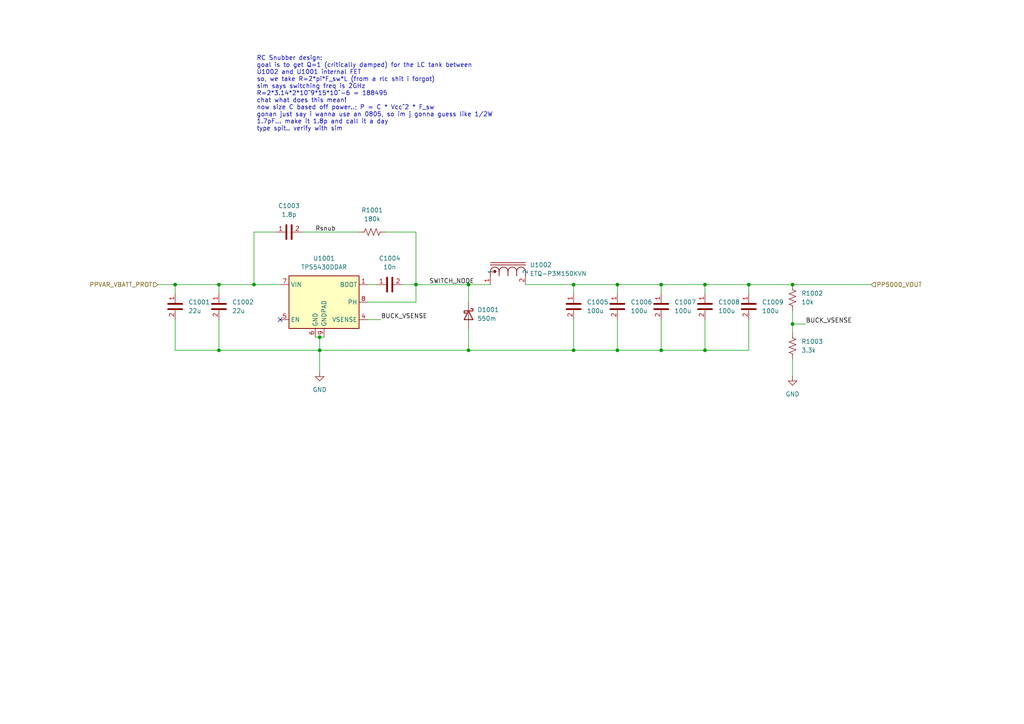
<source format=kicad_sch>
(kicad_sch (version 20250114) (generator "eeschema") (generator_version "9.0")
  (paper "A4")
  (lib_symbols
    (symbol "bfr_capacitors:600F1R8BT250XT"
      (property "Reference" "C" (at 0 2.54 0))
      (property "Value" "1.8p" (at 1.27 2.54 0))
      (symbol "600F1R8BT250XT_0_1"
        (polyline (pts (xy -2.032 0.762) (xy 2.032 0.762)) (stroke (width 0.508)))
        (polyline (pts (xy -2.032 -0.762) (xy 2.032 -0.762)) (stroke (width 0.508)))
      )
      (symbol "600F1R8BT250XT_1_1"
        (pin passive line (at 0 3.81 270) (length 2.794) (name "~") (number "1"))
        (pin passive line (at 0 -3.81 90) (length 2.794) (name "~") (number "2"))
      )
    )
    (symbol "bfr_capacitors:CL10A226MQ8NRNC"
      (property "Reference" "C" (at 0 2.54 0))
      (property "Value" "22u" (at 1.27 2.54 0))
      (symbol "CL10A226MQ8NRNC_0_1"
        (polyline (pts (xy -2.032 0.762) (xy 2.032 0.762)) (stroke (width 0.508)))
        (polyline (pts (xy -2.032 -0.762) (xy 2.032 -0.762)) (stroke (width 0.508)))
      )
      (symbol "CL10A226MQ8NRNC_1_1"
        (pin passive line (at 0 3.81 270) (length 2.794) (name "~") (number "1"))
        (pin passive line (at 0 -3.81 90) (length 2.794) (name "~") (number "2"))
      )
    )
    (symbol "bfr_capacitors:CL31A107MQHNNNE"
      (property "Reference" "C" (at 0 2.54 0))
      (property "Value" "100u" (at 1.27 2.54 0))
      (symbol "CL31A107MQHNNNE_0_1"
        (polyline (pts (xy -2.032 0.762) (xy 2.032 0.762)) (stroke (width 0.508)))
        (polyline (pts (xy -2.032 -0.762) (xy 2.032 -0.762)) (stroke (width 0.508)))
      )
      (symbol "CL31A107MQHNNNE_1_1"
        (pin passive line (at 0 3.81 270) (length 2.794) (name "~") (number "1"))
        (pin passive line (at 0 -3.81 90) (length 2.794) (name "~") (number "2"))
      )
    )
    (symbol "bfr_capacitors:VJ0603Y103KXAAC"
      (property "Reference" "C" (at 0 2.54 0))
      (property "Value" "10n" (at 1.27 2.54 0))
      (symbol "VJ0603Y103KXAAC_0_1"
        (polyline (pts (xy -2.032 0.762) (xy 2.032 0.762)) (stroke (width 0.508)))
        (polyline (pts (xy -2.032 -0.762) (xy 2.032 -0.762)) (stroke (width 0.508)))
      )
      (symbol "VJ0603Y103KXAAC_1_1"
        (pin passive line (at 0 3.81 270) (length 2.794) (name "~") (number "1"))
        (pin passive line (at 0 -3.81 90) (length 2.794) (name "~") (number "2"))
      )
    )
    (symbol "bfr_diodes:SS54" (pin_numbers (hide yes)) (pin_names (offset 1.016) (hide yes))
      (property "Reference" "D" (at 0 2.54 0))
      (property "Value" "550m" (at 0 -2.54 0))
      (symbol "SS54_0_1"
        (polyline (pts (xy -1.905 0.635) (xy -1.905 1.27) (xy -1.27 1.27) (xy -1.27 -1.27) (xy -0.635 -1.27) (xy -0.635 -0.635)) (stroke (width 0.254)))
        (polyline (pts (xy 1.27 1.27) (xy 1.27 -1.27) (xy -1.27 0) (xy 1.27 1.27)) (stroke (width 0.254)))
        (polyline (pts (xy 1.27 0) (xy -1.27 0)))
      )
      (symbol "SS54_1_1"
        (pin passive line (at -3.81 0 0) (length 2.54) (name "K") (number "1"))
        (pin passive line (at 3.81 0 180) (length 2.54) (name "A") (number "2"))
      )
    )
    (symbol "bfr_inductors:HC2LP-6R0_1"
      (property "Reference" "U" (at 0 0 0))
      (property "Value" "ETQ-P3M150KVN" (at 0 0 0))
      (symbol "HC2LP-6R0_1_1_1"
        (polyline (pts (xy 2.54 11.43) (xy 3.81 11.43)) (stroke (width 0.2032)))
        (polyline (pts (xy 2.54 8.89) (xy 3.81 8.89)) (stroke (width 0.2032)))
        (polyline (pts (xy 2.54 6.35) (xy 3.81 6.35)) (stroke (width 0.2032)))
        (polyline (pts (xy 2.54 3.81) (xy 3.81 3.81)) (stroke (width 0.2032)))
        (polyline (pts (xy 2.54 1.27) (xy 3.81 1.27)) (stroke (width 0.2032)))
        (polyline (pts (xy 3.683 10.16) (xy 3.81 10.16)) (stroke (width 0.508)))
        (arc (start 3.81 11.43) (mid 5.0744 10.16) (end 3.81 8.89) (stroke (width 0.2032)))
        (arc (start 3.81 8.89) (mid 5.0744 7.62) (end 3.81 6.35) (stroke (width 0.2032)))
        (arc (start 3.81 6.35) (mid 5.0744 5.08) (end 3.81 3.81) (stroke (width 0.2032)))
        (arc (start 3.81 3.81) (mid 5.0744 2.54) (end 3.81 1.27) (stroke (width 0.2032)))
        (arc (start 3.81 10.414) (mid 4.064 10.16) (end 3.81 9.906) (stroke (width 0.254)))
        (arc (start 3.81 10.414) (mid 4.064 10.16) (end 3.81 9.906) (stroke (width 0.254)))
        (arc (start 3.81 10.414) (mid 4.064 10.16) (end 3.81 9.906) (stroke (width 0.254)))
        (arc (start 3.81 10.414) (mid 4.064 10.16) (end 3.81 9.906) (stroke (width 0.254)))
        (arc (start 3.81 10.414) (mid 4.064 10.16) (end 3.81 9.906) (stroke (width 0.254)))
        (arc (start 3.81 10.414) (mid 4.064 10.16) (end 3.81 9.906) (stroke (width 0.254)))
        (arc (start 3.81 10.414) (mid 4.064 10.16) (end 3.81 9.906) (stroke (width 0.254)))
        (arc (start 3.81 9.906) (mid 3.556 10.16) (end 3.81 10.414) (stroke (width 0.254)))
        (arc (start 3.81 9.906) (mid 3.556 10.16) (end 3.81 10.414) (stroke (width 0.254)))
        (arc (start 3.81 9.906) (mid 3.556 10.16) (end 3.81 10.414) (stroke (width 0.254)))
        (arc (start 3.81 9.906) (mid 3.556 10.16) (end 3.81 10.414) (stroke (width 0.254)))
        (arc (start 3.81 9.906) (mid 3.556 10.16) (end 3.81 10.414) (stroke (width 0.254)))
        (arc (start 3.81 9.906) (mid 3.556 10.16) (end 3.81 10.414) (stroke (width 0.254)))
        (arc (start 3.81 9.906) (mid 3.556 10.16) (end 3.81 10.414) (stroke (width 0.254)))
        (polyline (pts (xy 5.715 11.43) (xy 5.715 1.27)) (stroke (width 0.2032)))
        (polyline (pts (xy 6.35 11.43) (xy 6.35 1.27)) (stroke (width 0.2032)))
        (pin unspecified line (at 0 11.43 0) (length 2.54) (name "1") (number "1"))
        (pin unspecified line (at 0 1.27 0) (length 2.54) (name "2") (number "2"))
      )
    )
    (symbol "bfr_power_ics:TPS5430DDAR"
      (property "Reference" "U" (at -10.16 8.89 0))
      (property "Value" "TPS5430DDAR" (at -3.048 8.89 0))
      (symbol "TPS5430DDAR_0_1"
        (rectangle (start -10.16 7.62) (end 10.16 -7.62) (stroke (width 0.254)) (fill (type background)))
      )
      (symbol "TPS5430DDAR_1_1"
        (pin power_in line (at -12.7 5.08 0) (length 2.54) (name "VIN") (number "7"))
        (pin input line (at -12.7 -5.08 0) (length 2.54) (name "EN") (number "5"))
        (pin no_connect line (at -10.16 2.54 0) (length 2.54) (hide yes) (name "NC") (number "2"))
        (pin no_connect line (at -10.16 -2.54 0) (length 2.54) (hide yes) (name "NC") (number "3"))
        (pin power_in line (at -2.54 -10.16 90) (length 2.54) (name "GND") (number "6"))
        (pin power_in line (at 0 -10.16 90) (length 2.54) (name "GNDPAD") (number "9"))
        (pin input line (at 12.7 5.08 180) (length 2.54) (name "BOOT") (number "1"))
        (pin output line (at 12.7 0 180) (length 2.54) (name "PH") (number "8"))
        (pin input line (at 12.7 -5.08 180) (length 2.54) (name "VSENSE") (number "4"))
      )
    )
    (symbol "bfr_resistors:RMCF0402FT10K0" (pin_numbers (hide yes))
      (property "Reference" "R" (at 0 2.54 0))
      (property "Value" "10k" (at 1.27 2.54 0))
      (symbol "RMCF0402FT10K0_0_1"
        (polyline (pts (xy -2.286 0) (xy -2.54 0)))
        (polyline (pts (xy -2.286 0) (xy -1.905 1.016) (xy -1.524 0) (xy -1.143 -1.016) (xy -0.762 0)))
        (polyline (pts (xy -0.762 0) (xy -0.381 1.016) (xy 0 0) (xy 0.381 -1.016) (xy 0.762 0)))
        (polyline (pts (xy 0.762 0) (xy 1.143 1.016) (xy 1.524 0) (xy 1.905 -1.016) (xy 2.286 0)))
        (polyline (pts (xy 2.286 0) (xy 2.54 0)))
      )
      (symbol "RMCF0402FT10K0_1_1"
        (pin passive line (at -3.81 0 0) (length 1.27) (name "~") (number "1"))
        (pin passive line (at 3.81 0 180) (length 1.27) (name "~") (number "2"))
      )
    )
    (symbol "bfr_resistors:RMCF0402FT3K30" (pin_numbers (hide yes))
      (property "Reference" "R" (at 0 2.54 0))
      (property "Value" "3.3k" (at 1.27 2.54 0))
      (symbol "RMCF0402FT3K30_0_1"
        (polyline (pts (xy -2.286 0) (xy -2.54 0)))
        (polyline (pts (xy -2.286 0) (xy -1.905 1.016) (xy -1.524 0) (xy -1.143 -1.016) (xy -0.762 0)))
        (polyline (pts (xy -0.762 0) (xy -0.381 1.016) (xy 0 0) (xy 0.381 -1.016) (xy 0.762 0)))
        (polyline (pts (xy 0.762 0) (xy 1.143 1.016) (xy 1.524 0) (xy 1.905 -1.016) (xy 2.286 0)))
        (polyline (pts (xy 2.286 0) (xy 2.54 0)))
      )
      (symbol "RMCF0402FT3K30_1_1"
        (pin passive line (at -3.81 0 0) (length 1.27) (name "~") (number "1"))
        (pin passive line (at 3.81 0 180) (length 1.27) (name "~") (number "2"))
      )
    )
    (symbol "bfr_resistors:RMCF0805FT180K" (pin_numbers (hide yes))
      (property "Reference" "R" (at 0 2.54 0))
      (property "Value" "180k" (at 1.27 2.54 0))
      (symbol "RMCF0805FT180K_0_1"
        (polyline (pts (xy -2.286 0) (xy -2.54 0)))
        (polyline (pts (xy -2.286 0) (xy -1.905 1.016) (xy -1.524 0) (xy -1.143 -1.016) (xy -0.762 0)))
        (polyline (pts (xy -0.762 0) (xy -0.381 1.016) (xy 0 0) (xy 0.381 -1.016) (xy 0.762 0)))
        (polyline (pts (xy 0.762 0) (xy 1.143 1.016) (xy 1.524 0) (xy 1.905 -1.016) (xy 2.286 0)))
        (polyline (pts (xy 2.286 0) (xy 2.54 0)))
      )
      (symbol "RMCF0805FT180K_1_1"
        (pin passive line (at -3.81 0 0) (length 1.27) (name "~") (number "1"))
        (pin passive line (at 3.81 0 180) (length 1.27) (name "~") (number "2"))
      )
    )
    (symbol "power:GND" (power) (pin_numbers (hide yes)) (pin_names (offset 0) (hide yes))
      (property "Value" "GND" (at 0 -3.81 0))
      (symbol "GND_0_1"
        (polyline (pts (xy 0 0) (xy 0 -1.27) (xy 1.27 -1.27) (xy 0 -2.54) (xy -1.27 -1.27) (xy 0 -1.27)))
      )
      (symbol "GND_1_1"
        (pin power_in line (at 0 0 270) (length 0) (name "~") (number "1"))
      )
    )
  )
  (text "RC Snubber design:\ngoal is to get Q=1 (critically damped) for the LC tank between \nU1002 and U1001 internal FET\nso, we take R=2*pi*F_sw*L (from a rlc shit i forgot)\nsim says switching freq is 2GHz\nR=2*3.14*2*10^9*15*10^-6 = 188495\nchat what does this mean!\nnow size C based off power..; P = C * Vcc^2 * F_sw\ngonan just say i wanna use an 0805, so im j gonna guess like 1/2W\n1.7pF... make it 1.8p and call it a day\ntype spit.. verify with sim" (at 74.422 27.178 0) (effects (font (size 1.27 1.27)) (justify left)))
  (junction (at 191.77 101.6))
  (junction (at 229.87 93.98))
  (junction (at 120.65 82.55))
  (junction (at 229.87 82.55))
  (junction (at 63.5 82.55))
  (junction (at 217.17 82.55))
  (junction (at 92.71 101.6))
  (junction (at 92.71 97.79))
  (junction (at 179.07 82.55))
  (junction (at 191.77 82.55))
  (junction (at 63.5 101.6))
  (junction (at 50.8 82.55))
  (junction (at 135.89 101.6))
  (junction (at 204.47 82.55))
  (junction (at 204.47 101.6))
  (junction (at 135.89 82.55))
  (junction (at 166.37 101.6))
  (junction (at 179.07 101.6))
  (junction (at 73.66 82.55))
  (junction (at 166.37 82.55))
  (no_connect (at 81.28 92.71))
  (wire (pts (xy 63.5 92.71) (xy 63.5 101.6)))
  (wire (pts (xy 50.8 101.6) (xy 63.5 101.6)))
  (wire (pts (xy 166.37 85.09) (xy 166.37 82.55)))
  (wire (pts (xy 106.68 87.63) (xy 120.65 87.63)))
  (wire (pts (xy 80.01 67.31) (xy 73.66 67.31)))
  (wire (pts (xy 229.87 82.55) (xy 252.73 82.55)))
  (wire (pts (xy 73.66 82.55) (xy 81.28 82.55)))
  (wire (pts (xy 204.47 92.71) (xy 204.47 101.6)))
  (wire (pts (xy 217.17 92.71) (xy 217.17 101.6)))
  (wire (pts (xy 120.65 82.55) (xy 135.89 82.55)))
  (wire (pts (xy 229.87 90.17) (xy 229.87 93.98)))
  (wire (pts (xy 204.47 82.55) (xy 204.47 85.09)))
  (wire (pts (xy 111.76 67.31) (xy 120.65 67.31)))
  (wire (pts (xy 229.87 93.98) (xy 229.87 96.52)))
  (wire (pts (xy 179.07 82.55) (xy 191.77 82.55)))
  (wire (pts (xy 135.89 82.55) (xy 142.24 82.55)))
  (wire (pts (xy 92.71 101.6) (xy 92.71 107.95)))
  (wire (pts (xy 166.37 82.55) (xy 152.4 82.55)))
  (wire (pts (xy 50.8 92.71) (xy 50.8 101.6)))
  (wire (pts (xy 229.87 104.14) (xy 229.87 109.22)))
  (wire (pts (xy 166.37 92.71) (xy 166.37 101.6)))
  (wire (pts (xy 135.89 101.6) (xy 166.37 101.6)))
  (wire (pts (xy 63.5 82.55) (xy 73.66 82.55)))
  (wire (pts (xy 92.71 101.6) (xy 135.89 101.6)))
  (wire (pts (xy 191.77 82.55) (xy 204.47 82.55)))
  (wire (pts (xy 106.68 92.71) (xy 110.49 92.71)))
  (wire (pts (xy 217.17 82.55) (xy 217.17 85.09)))
  (wire (pts (xy 191.77 101.6) (xy 204.47 101.6)))
  (wire (pts (xy 229.87 93.98) (xy 233.68 93.98)))
  (wire (pts (xy 191.77 82.55) (xy 191.77 85.09)))
  (wire (pts (xy 91.44 97.79) (xy 92.71 97.79)))
  (wire (pts (xy 87.63 67.31) (xy 104.14 67.31)))
  (wire (pts (xy 73.66 67.31) (xy 73.66 82.55)))
  (wire (pts (xy 217.17 82.55) (xy 229.87 82.55)))
  (wire (pts (xy 45.72 82.55) (xy 50.8 82.55)))
  (wire (pts (xy 63.5 85.09) (xy 63.5 82.55)))
  (wire (pts (xy 166.37 101.6) (xy 179.07 101.6)))
  (wire (pts (xy 63.5 101.6) (xy 92.71 101.6)))
  (wire (pts (xy 120.65 87.63) (xy 120.65 82.55)))
  (wire (pts (xy 179.07 82.55) (xy 179.07 85.09)))
  (wire (pts (xy 179.07 101.6) (xy 191.77 101.6)))
  (wire (pts (xy 135.89 87.63) (xy 135.89 82.55)))
  (wire (pts (xy 191.77 92.71) (xy 191.77 101.6)))
  (wire (pts (xy 135.89 95.25) (xy 135.89 101.6)))
  (wire (pts (xy 50.8 82.55) (xy 63.5 82.55)))
  (wire (pts (xy 92.71 97.79) (xy 93.98 97.79)))
  (wire (pts (xy 204.47 101.6) (xy 217.17 101.6)))
  (wire (pts (xy 179.07 92.71) (xy 179.07 101.6)))
  (wire (pts (xy 116.84 82.55) (xy 120.65 82.55)))
  (wire (pts (xy 92.71 97.79) (xy 92.71 101.6)))
  (wire (pts (xy 106.68 82.55) (xy 109.22 82.55)))
  (wire (pts (xy 204.47 82.55) (xy 217.17 82.55)))
  (wire (pts (xy 166.37 82.55) (xy 179.07 82.55)))
  (wire (pts (xy 120.65 67.31) (xy 120.65 82.55)))
  (wire (pts (xy 50.8 82.55) (xy 50.8 85.09)))
  (label "BUCK_VSENSE" (at 110.49 92.71 0))
  (label "SWITCH_NODE" (at 124.46 82.55 0))
  (label "Rsnub" (at 91.44 67.31 0))
  (label "BUCK_VSENSE" (at 233.68 93.98 0))
  (hierarchical_label "PPVAR_VBATT_PROT" (shape input) (at 45.72 82.55 180))
  (hierarchical_label "PP5000_VOUT" (shape input) (at 252.73 82.55 0))
  (symbol (lib_id "bfr_inductors:HC2LP-6R0_1") (at 153.67 82.55 90) (unit 1)
    (property "Reference" "U1002" (at 153.67 76.8349 90) (effects (justify right)))
    (property "Value" "ETQ-P3M150KVN" (at 153.67 79.3749 90) (effects (justify right)))
    (property "Datasheet" "https://industrial.panasonic.com/cdbs/www-data/pdf/AGL0000/AGL0000C63.pdf" (effects (hide yes)))
    (property "Description" "15uH, 3A, 5.1A Isat, SMD, 6.4x6.0mm shielded wirewound inductor" (effects (hide yes)))
    (property "Manufacturer P/N" "ETQ-P3M150KVN" (effects (hide yes)))
    (property "Manufacturer" "Panasonic Electronic Components" (effects (hide yes)))
    (property "Digikey P/N" "P19763CT-ND" (effects (hide yes)))
    (property "Mouser P/N" "667-ETQ-P3M150KVN " (effects (hide yes)))
    (property "LCSC P/N" "C3223274" (effects (hide yes)))
    (property "JLC Basic Part" "No" (effects (hide yes)))
    (property "Order From" "Digikey" (effects (hide yes)))
    (property "Created By" "Tony" (effects (hide yes)))
  )
  (symbol (lib_id "bfr_capacitors:VJ0603Y103KXAAC") (at 113.03 82.55 90) (unit 1)
    (property "Reference" "C1004" (at 113.03 74.93 90))
    (property "Value" "10n" (at 113.03 77.47 90))
    (property "Footprint" "Capacitor_SMD:C_0603_1608Metric_Pad1.08x0.95mm_HandSolder" (effects (hide yes)))
    (property "Description" "10nF±10% X7R 25V JLCPCB Basic 0603 Capacitor" (effects (hide yes)))
    (property "Sim.Device" "SUBCKT" (effects (hide yes)))
    (property "Sim.Pins" "1=P1 2=P2" (effects (hide yes)))
    (property "Sim.Library" "${BFRUH_DIR}/Electronics/spice_models/bfr_capacitors/VJ0603Y103KXAAC.lib" (effects (hide yes)))
    (property "Sim.Name" "VJ0603Y103KXAAC" (effects (hide yes)))
    (property "Pretty Name" "10nF 25V 0603 Capacitor" (effects (hide yes)))
    (property "Order From" "LCSC" (effects (hide yes)))
    (property "Digikey P/N" "720-1376-1-ND" (effects (hide yes)))
    (property "Mouser P/N" "77-VJ0603Y103KXAAC" (effects (hide yes)))
    (property "LCSC P/N" "C57112" (effects (hide yes)))
    (property "JLCPCB Basic Part" "Yes" (effects (hide yes)))
    (property "Created by" "capacitor_generator.py script using capacitor_bible_spec.txt" (effects (hide yes)))
  )
  (symbol (lib_id "power:GND") (at 229.87 109.22 0) (unit 1)
    (property "Reference" "#PWR01002" (effects (hide yes)))
    (property "Value" "GND" (at 229.87 114.3 0))
    (property "Description" "Power symbol creates a global label with name \"GND\" , ground" (effects (hide yes)))
  )
  (symbol (lib_id "bfr_capacitors:600F1R8BT250XT") (at 83.82 67.31 90) (unit 1)
    (property "Reference" "C1003" (at 83.82 59.69 90))
    (property "Value" "1.8p" (at 83.82 62.23 90))
    (property "Footprint" "Capacitor_SMD:C_0805_2012Metric_Pad1.18x1.45mm_HandSolder" (effects (hide yes)))
    (property "Description" "1.8pF±0.25pF C0G 50V 0805 Capacitor" (effects (hide yes)))
    (property "Sim.Device" "SUBCKT" (effects (hide yes)))
    (property "Sim.Pins" "1=P1 2=P2" (effects (hide yes)))
    (property "Sim.Library" "${BFRUH_DIR}/Electronics/spice_models/bfr_capacitors/600F1R8BT250XT.lib" (effects (hide yes)))
    (property "Sim.Name" "600F1R8BT250XT" (effects (hide yes)))
    (property "Pretty Name" "1.8pF 50V 0805 Capacitor" (effects (hide yes)))
    (property "Order From" "Mouser" (effects (hide yes)))
    (property "Digikey P/N" "1284-1034-1-ND" (effects (hide yes)))
    (property "Mouser P/N" "581-600F1R8BT" (effects (hide yes)))
    (property "LCSC P/N" "C376870" (effects (hide yes)))
    (property "JLCPCB Basic Part" "No" (effects (hide yes)))
    (property "Created by" "capacitor_generator.py script using capacitor_bible_spec.txt" (effects (hide yes)))
  )
  (symbol (lib_id "bfr_capacitors:CL31A107MQHNNNE") (at 217.17 88.9 0) (unit 1)
    (property "Reference" "C1009" (at 220.98 87.6299 0) (effects (justify left)))
    (property "Value" "100u" (at 220.98 90.1699 0) (effects (justify left)))
    (property "Footprint" "Capacitor_SMD:C_1206_3216Metric_Pad1.33x1.80mm_HandSolder" (effects (hide yes)))
    (property "Description" "100uF±20% X5R 6.3V JLCPCB Basic 1206 Capacitor" (effects (hide yes)))
    (property "Sim.Device" "SUBCKT" (effects (hide yes)))
    (property "Sim.Pins" "1=P1 2=P2" (effects (hide yes)))
    (property "Sim.Library" "${BFRUH_DIR}/Electronics/spice_models/bfr_capacitors/CL31A107MQHNNNE.lib" (effects (hide yes)))
    (property "Sim.Name" "CL31A107MQHNNNE" (effects (hide yes)))
    (property "Pretty Name" "100uF X5R 6.3V 1206 Capacitor" (effects (hide yes)))
    (property "Order From" "LCSC" (effects (hide yes)))
    (property "LCSC P/N" "C15008" (effects (hide yes)))
    (property "JLCPCB Basic Part" "Yes" (effects (hide yes)))
    (property "Created by" "capacitor_generator.py script using jlcbasic_additional_capacitor_spec.txt" (effects (hide yes)))
  )
  (symbol (lib_id "bfr_diodes:SS54") (at 135.89 91.44 270) (unit 1)
    (property "Reference" "D1001" (at 138.43 89.8524 90) (effects (justify left)))
    (property "Value" "550m" (at 138.43 92.3924 90) (effects (justify left)))
    (property "Footprint" "Diode_SMD:D_SMA_Handsoldering" (effects (hide yes)))
    (property "Datasheet" "https://www.lcsc.com/datasheet/lcsc_datasheet_2407101107_MDD-Microdiode-Semiconductor-SS54_C22452.pdf" (effects (hide yes)))
    (property "Description" "5A 550mV DO-214AC Schottky Diode" (effects (hide yes)))
    (property "LCSC P/N" "C22452" (effects (hide yes)))
    (property "Digikey P/N" "5272-SS54CT-ND" (effects (hide yes)))
    (property "Mouser P/N" "750-SS54-HF" (effects (hide yes)))
    (property "Order From" "LCSC" (effects (hide yes)))
    (property "JLCPCB Basic Part" "Yes" (effects (hide yes)))
    (property "Pretty Name" "5A DO-214AC Schottky Diode" (effects (hide yes)))
    (property "Sim.Library" "${BFRUH_DIR}\\Electronics\\spice_models\\bfr_diodes\\SS54.lib" (effects (hide yes)))
    (property "Sim.Name" "SS54" (effects (hide yes)))
    (property "Sim.Device" "SUBCKT" (effects (hide yes)))
    (property "Sim.Pins" "1=K 2=A" (effects (hide yes)))
    (property "Created by" "Manual Entry" (effects (hide yes)))
  )
  (symbol (lib_id "bfr_resistors:RMCF0402FT10K0") (at 229.87 86.36 90) (unit 1)
    (property "Reference" "R1002" (at 232.41 85.0899 90) (effects (justify right)))
    (property "Value" "10k" (at 232.41 87.6299 90) (effects (justify right)))
    (property "Footprint" "Resistor_SMD:R_0402_1005Metric_Pad0.72x0.64mm_HandSolder" (effects (hide yes)))
    (property "Datasheet" "https://www.seielect.com/catalog/sei-rmcf_rmcp.pdf" (effects (hide yes)))
    (property "Description" "10kΩ 0402 JLCPCB Basic Resistor" (effects (hide yes)))
    (property "Sim.Device" "SUBCKT" (effects (hide yes)))
    (property "Sim.Pins" "1=P1 2=P2" (effects (hide yes)))
    (property "Sim.Library" "${BFRUH_DIR}/Electronics/spice_models/bfr_resistors/RMCF0402FT10K0.lib" (effects (hide yes)))
    (property "Sim.Name" "RMCF0402FT10K0" (effects (hide yes)))
    (property "Pretty Name" "10kΩ 0402 Resistor" (effects (hide yes)))
    (property "Order From" "LCSC" (effects (hide yes)))
    (property "Digikey P/N" "RMCF0402FT10K0CT-ND" (effects (hide yes)))
    (property "Mouser P/N" "708-RMCF0402FT10K0" (effects (hide yes)))
    (property "LCSC P/N" "C25744" (effects (hide yes)))
    (property "JLCPCB Basic Part" "Yes" (effects (hide yes)))
    (property "Created by" "resistor_generator.py script using jlcbasic_0402_1206_resistor_spec.txt" (effects (hide yes)))
  )
  (symbol (lib_id "bfr_power_ics:TPS5430DDAR") (at 93.98 87.63 0) (unit 1)
    (property "Reference" "U1001" (at 93.98 74.93 0))
    (property "Value" "TPS5430DDAR" (at 93.98 77.47 0))
    (property "Footprint" "Package_SO:TI_SO-PowerPAD-8_ThermalVias" (effects (hide yes)))
    (property "Datasheet" "http://www.ti.com/lit/ds/symlink/tps5430.pdf" (effects (hide yes)))
    (property "Description" "3A, Step Down Swift Converter, Adjustable Output Voltage, 5.5-36V Input Voltage, PowerSO-8, JLCPCB Basic" (effects (hide yes)))
    (property "Pretty Name" "Adjustable SOIC-8-EP Buck Converter" (effects (hide yes)))
    (property "Order From" "LCSC" (effects (hide yes)))
    (property "Digikey P/N" "296-26988-1-ND" (effects (hide yes)))
    (property "Mouser P/N" "595-TPS5430DDAR" (effects (hide yes)))
    (property "LCSC P/N" "C9864" (effects (hide yes)))
    (property "JLCPCB Basic Part" "Yes" (effects (hide yes)))
    (property "Created by" "Manual entry" (effects (hide yes)))
    (property "Sim.Library" "${BFRUH_DIR}\\Electronics\\spice_models\\bfr_power_ics\\TPS5430DDAR.LIB" (effects (hide yes)))
    (property "Sim.Name" "TPS5430_TRANS" (effects (hide yes)))
    (property "Sim.Device" "SUBCKT" (effects (hide yes)))
    (property "Sim.Pins" "1=BOOT 2=NC 3=NC1 4=VSENSE 5=ENA 6=GND 7=VIN 8=PH 9=PAD" (effects (hide yes)))
  )
  (symbol (lib_id "bfr_capacitors:CL31A107MQHNNNE") (at 179.07 88.9 0) (unit 1)
    (property "Reference" "C1006" (at 182.88 87.6299 0) (effects (justify left)))
    (property "Value" "100u" (at 182.88 90.1699 0) (effects (justify left)))
    (property "Footprint" "Capacitor_SMD:C_1206_3216Metric_Pad1.33x1.80mm_HandSolder" (effects (hide yes)))
    (property "Description" "100uF±20% X5R 6.3V JLCPCB Basic 1206 Capacitor" (effects (hide yes)))
    (property "Sim.Device" "SUBCKT" (effects (hide yes)))
    (property "Sim.Pins" "1=P1 2=P2" (effects (hide yes)))
    (property "Sim.Library" "${BFRUH_DIR}/Electronics/spice_models/bfr_capacitors/CL31A107MQHNNNE.lib" (effects (hide yes)))
    (property "Sim.Name" "CL31A107MQHNNNE" (effects (hide yes)))
    (property "Pretty Name" "100uF X5R 6.3V 1206 Capacitor" (effects (hide yes)))
    (property "Order From" "LCSC" (effects (hide yes)))
    (property "LCSC P/N" "C15008" (effects (hide yes)))
    (property "JLCPCB Basic Part" "Yes" (effects (hide yes)))
    (property "Created by" "capacitor_generator.py script using jlcbasic_additional_capacitor_spec.txt" (effects (hide yes)))
  )
  (symbol (lib_id "bfr_capacitors:CL10A226MQ8NRNC") (at 50.8 88.9 0) (unit 1)
    (property "Reference" "C1001" (at 54.61 87.6299 0) (effects (justify left)))
    (property "Value" "22u" (at 54.61 90.1699 0) (effects (justify left)))
    (property "Footprint" "Capacitor_SMD:C_0603_1608Metric_Pad1.08x0.95mm_HandSolder" (effects (hide yes)))
    (property "Description" "22uF±20% X5R 6.3V JLCPCB Basic 0603 Capacitor" (effects (hide yes)))
    (property "Sim.Device" "SUBCKT" (effects (hide yes)))
    (property "Sim.Pins" "1=P1 2=P2" (effects (hide yes)))
    (property "Sim.Library" "${BFRUH_DIR}/Electronics/spice_models/bfr_capacitors/CL10A226MQ8NRNC.lib" (effects (hide yes)))
    (property "Sim.Name" "CL10A226MQ8NRNC" (effects (hide yes)))
    (property "Pretty Name" "22uF X5R 6.3V 0603 Capacitor" (effects (hide yes)))
    (property "Order From" "LCSC" (effects (hide yes)))
    (property "LCSC P/N" "C59461" (effects (hide yes)))
    (property "JLCPCB Basic Part" "Yes" (effects (hide yes)))
    (property "Created by" "capacitor_generator.py script using jlcbasic_additional_capacitor_spec.txt" (effects (hide yes)))
  )
  (symbol (lib_id "bfr_resistors:RMCF0402FT3K30") (at 229.87 100.33 90) (unit 1)
    (property "Reference" "R1003" (at 232.41 99.0599 90) (effects (justify right)))
    (property "Value" "3.3k" (at 232.41 101.5999 90) (effects (justify right)))
    (property "Footprint" "Resistor_SMD:R_0402_1005Metric_Pad0.72x0.64mm_HandSolder" (effects (hide yes)))
    (property "Datasheet" "https://www.seielect.com/catalog/sei-rmcf_rmcp.pdf" (effects (hide yes)))
    (property "Description" "3.3kΩ 0402 JLCPCB Basic Resistor" (effects (hide yes)))
    (property "Sim.Device" "SUBCKT" (effects (hide yes)))
    (property "Sim.Pins" "1=P1 2=P2" (effects (hide yes)))
    (property "Sim.Library" "${BFRUH_DIR}/Electronics/spice_models/bfr_resistors/RMCF0402FT3K30.lib" (effects (hide yes)))
    (property "Sim.Name" "RMCF0402FT3K30" (effects (hide yes)))
    (property "Pretty Name" "3.3kΩ 0402 Resistor" (effects (hide yes)))
    (property "Order From" "LCSC" (effects (hide yes)))
    (property "Digikey P/N" "RMCF0402FT3K30CT-ND" (effects (hide yes)))
    (property "Mouser P/N" "708-RMCF0402FT3K30" (effects (hide yes)))
    (property "LCSC P/N" "C25890" (effects (hide yes)))
    (property "JLCPCB Basic Part" "Yes" (effects (hide yes)))
    (property "Created by" "resistor_generator.py script using jlcbasic_0402_1206_resistor_spec.txt" (effects (hide yes)))
  )
  (symbol (lib_id "bfr_capacitors:CL10A226MQ8NRNC") (at 63.5 88.9 0) (unit 1)
    (property "Reference" "C1002" (at 67.31 87.6299 0) (effects (justify left)))
    (property "Value" "22u" (at 67.31 90.1699 0) (effects (justify left)))
    (property "Footprint" "Capacitor_SMD:C_0603_1608Metric_Pad1.08x0.95mm_HandSolder" (effects (hide yes)))
    (property "Description" "22uF±20% X5R 6.3V JLCPCB Basic 0603 Capacitor" (effects (hide yes)))
    (property "Sim.Device" "SUBCKT" (effects (hide yes)))
    (property "Sim.Pins" "1=P1 2=P2" (effects (hide yes)))
    (property "Sim.Library" "${BFRUH_DIR}/Electronics/spice_models/bfr_capacitors/CL10A226MQ8NRNC.lib" (effects (hide yes)))
    (property "Sim.Name" "CL10A226MQ8NRNC" (effects (hide yes)))
    (property "Pretty Name" "22uF X5R 6.3V 0603 Capacitor" (effects (hide yes)))
    (property "Order From" "LCSC" (effects (hide yes)))
    (property "LCSC P/N" "C59461" (effects (hide yes)))
    (property "JLCPCB Basic Part" "Yes" (effects (hide yes)))
    (property "Created by" "capacitor_generator.py script using jlcbasic_additional_capacitor_spec.txt" (effects (hide yes)))
  )
  (symbol (lib_id "bfr_capacitors:CL31A107MQHNNNE") (at 191.77 88.9 0) (unit 1)
    (property "Reference" "C1007" (at 195.58 87.6299 0) (effects (justify left)))
    (property "Value" "100u" (at 195.58 90.1699 0) (effects (justify left)))
    (property "Footprint" "Capacitor_SMD:C_1206_3216Metric_Pad1.33x1.80mm_HandSolder" (effects (hide yes)))
    (property "Description" "100uF±20% X5R 6.3V JLCPCB Basic 1206 Capacitor" (effects (hide yes)))
    (property "Sim.Device" "SUBCKT" (effects (hide yes)))
    (property "Sim.Pins" "1=P1 2=P2" (effects (hide yes)))
    (property "Sim.Library" "${BFRUH_DIR}/Electronics/spice_models/bfr_capacitors/CL31A107MQHNNNE.lib" (effects (hide yes)))
    (property "Sim.Name" "CL31A107MQHNNNE" (effects (hide yes)))
    (property "Pretty Name" "100uF X5R 6.3V 1206 Capacitor" (effects (hide yes)))
    (property "Order From" "LCSC" (effects (hide yes)))
    (property "LCSC P/N" "C15008" (effects (hide yes)))
    (property "JLCPCB Basic Part" "Yes" (effects (hide yes)))
    (property "Created by" "capacitor_generator.py script using jlcbasic_additional_capacitor_spec.txt" (effects (hide yes)))
  )
  (symbol (lib_id "bfr_capacitors:CL31A107MQHNNNE") (at 166.37 88.9 0) (unit 1)
    (property "Reference" "C1005" (at 170.18 87.6299 0) (effects (justify left)))
    (property "Value" "100u" (at 170.18 90.1699 0) (effects (justify left)))
    (property "Footprint" "Capacitor_SMD:C_1206_3216Metric_Pad1.33x1.80mm_HandSolder" (effects (hide yes)))
    (property "Description" "100uF±20% X5R 6.3V JLCPCB Basic 1206 Capacitor" (effects (hide yes)))
    (property "Sim.Device" "SUBCKT" (effects (hide yes)))
    (property "Sim.Pins" "1=P1 2=P2" (effects (hide yes)))
    (property "Sim.Library" "${BFRUH_DIR}/Electronics/spice_models/bfr_capacitors/CL31A107MQHNNNE.lib" (effects (hide yes)))
    (property "Sim.Name" "CL31A107MQHNNNE" (effects (hide yes)))
    (property "Pretty Name" "100uF X5R 6.3V 1206 Capacitor" (effects (hide yes)))
    (property "Order From" "LCSC" (effects (hide yes)))
    (property "LCSC P/N" "C15008" (effects (hide yes)))
    (property "JLCPCB Basic Part" "Yes" (effects (hide yes)))
    (property "Created by" "capacitor_generator.py script using jlcbasic_additional_capacitor_spec.txt" (effects (hide yes)))
  )
  (symbol (lib_id "power:GND") (at 92.71 107.95 0) (unit 1)
    (property "Reference" "#PWR01001" (effects (hide yes)))
    (property "Value" "GND" (at 92.71 113.03 0))
    (property "Description" "Power symbol creates a global label with name \"GND\" , ground" (effects (hide yes)))
  )
  (symbol (lib_id "bfr_resistors:RMCF0805FT180K") (at 107.95 67.31 0) (unit 1)
    (property "Reference" "R1001" (at 107.95 60.96 0))
    (property "Value" "180k" (at 107.95 63.5 0))
    (property "Footprint" "Resistor_SMD:R_0805_2012Metric_Pad1.20x1.40mm_HandSolder" (effects (hide yes)))
    (property "Datasheet" "https://www.seielect.com/catalog/sei-rmcf_rmcp.pdf" (effects (hide yes)))
    (property "Description" "180kΩ 0805 Resistor" (effects (hide yes)))
    (property "Sim.Device" "SUBCKT" (effects (hide yes)))
    (property "Sim.Pins" "1=P1 2=P2" (effects (hide yes)))
    (property "Sim.Library" "${BFRUH_DIR}/Electronics/spice_models/bfr_resistors/RMCF0805FT180K.lib" (effects (hide yes)))
    (property "Sim.Name" "RMCF0805FT180K" (effects (hide yes)))
    (property "Pretty Name" "180kΩ 0805 Resistor" (effects (hide yes)))
    (property "Order From" "Mouser" (effects (hide yes)))
    (property "Digikey P/N" "RMCF0805FT180KCT-ND" (effects (hide yes)))
    (property "Mouser P/N" "708-RMCF0805FT180K" (effects (hide yes)))
    (property "LCSC P/N" "C17501" (effects (hide yes)))
    (property "JLCPCB Basic Part" "No" (effects (hide yes)))
    (property "Created by" "resistor_generator.py script using e24_resistor_bible_spec.txt" (effects (hide yes)))
  )
  (symbol (lib_id "bfr_capacitors:CL31A107MQHNNNE") (at 204.47 88.9 0) (unit 1)
    (property "Reference" "C1008" (at 208.28 87.6299 0) (effects (justify left)))
    (property "Value" "100u" (at 208.28 90.1699 0) (effects (justify left)))
    (property "Footprint" "Capacitor_SMD:C_1206_3216Metric_Pad1.33x1.80mm_HandSolder" (effects (hide yes)))
    (property "Description" "100uF±20% X5R 6.3V JLCPCB Basic 1206 Capacitor" (effects (hide yes)))
    (property "Sim.Device" "SUBCKT" (effects (hide yes)))
    (property "Sim.Pins" "1=P1 2=P2" (effects (hide yes)))
    (property "Sim.Library" "${BFRUH_DIR}/Electronics/spice_models/bfr_capacitors/CL31A107MQHNNNE.lib" (effects (hide yes)))
    (property "Sim.Name" "CL31A107MQHNNNE" (effects (hide yes)))
    (property "Pretty Name" "100uF X5R 6.3V 1206 Capacitor" (effects (hide yes)))
    (property "Order From" "LCSC" (effects (hide yes)))
    (property "LCSC P/N" "C15008" (effects (hide yes)))
    (property "JLCPCB Basic Part" "Yes" (effects (hide yes)))
    (property "Created by" "capacitor_generator.py script using jlcbasic_additional_capacitor_spec.txt" (effects (hide yes)))
  )
)
</source>
